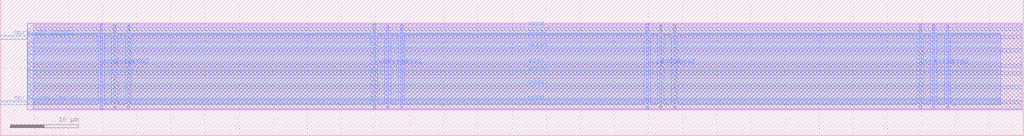
<source format=lef>
VERSION 5.7 ;
  NOWIREEXTENSIONATPIN ON ;
  DIVIDERCHAR "/" ;
  BUSBITCHARS "[]" ;
MACRO mgmt_protect_hv
  CLASS BLOCK ;
  FOREIGN mgmt_protect_hv ;
  ORIGIN 0.000 0.000 ;
  SIZE 150.000 BY 20.000 ;
  PIN mprj2_vdd_logic1
    DIRECTION OUTPUT TRISTATE ;
    USE SIGNAL ;
    PORT
      LAYER met3 ;
        RECT 0.000 4.510 4.000 5.110 ;
    END
  END mprj2_vdd_logic1
  PIN mprj_vdd_logic1
    DIRECTION OUTPUT TRISTATE ;
    USE SIGNAL ;
    PORT
      LAYER met3 ;
        RECT 0.000 14.130 4.000 14.730 ;
    END
  END mprj_vdd_logic1
  PIN vccd
    DIRECTION INOUT ;
    USE POWER ;
    PORT
      LAYER met2 ;
        RECT 94.650 3.815 94.950 16.535 ;
    END
  END vccd
  PIN vccd
    DIRECTION INOUT ;
    USE POWER ;
    PORT
      LAYER met2 ;
        RECT 14.650 3.815 14.950 16.535 ;
    END
  END vccd
  PIN vccd
    DIRECTION INOUT ;
    USE POWER ;
    PORT
      LAYER met3 ;
        RECT 4.800 15.465 149.760 15.965 ;
    END
  END vccd
  PIN vccd
    DIRECTION INOUT ;
    USE POWER ;
    PORT
      LAYER met3 ;
        RECT 4.800 4.665 149.760 5.165 ;
    END
  END vccd
  PIN vssd
    DIRECTION INOUT ;
    USE GROUND ;
    PORT
      LAYER met2 ;
        RECT 134.650 3.815 134.950 16.535 ;
    END
  END vssd
  PIN vssd
    DIRECTION INOUT ;
    USE GROUND ;
    PORT
      LAYER met2 ;
        RECT 54.650 3.815 54.950 16.535 ;
    END
  END vssd
  PIN vssd
    DIRECTION INOUT ;
    USE GROUND ;
    PORT
      LAYER met3 ;
        RECT 4.800 10.065 149.760 10.565 ;
    END
  END vssd
  PIN vdda1
    DIRECTION INOUT ;
    USE POWER ;
    PORT
      LAYER met2 ;
        RECT 96.650 4.070 96.950 16.280 ;
    END
  END vdda1
  PIN vdda1
    DIRECTION INOUT ;
    USE POWER ;
    PORT
      LAYER met2 ;
        RECT 16.650 4.070 16.950 16.280 ;
    END
  END vdda1
  PIN vdda1
    DIRECTION INOUT ;
    USE POWER ;
    PORT
      LAYER met3 ;
        RECT 4.800 6.920 149.760 7.420 ;
    END
  END vdda1
  PIN vssa1
    DIRECTION INOUT ;
    USE GROUND ;
    PORT
      LAYER met2 ;
        RECT 136.650 4.070 136.950 16.280 ;
    END
  END vssa1
  PIN vssa1
    DIRECTION INOUT ;
    USE GROUND ;
    PORT
      LAYER met2 ;
        RECT 56.650 4.070 56.950 16.280 ;
    END
  END vssa1
  PIN vssa1
    DIRECTION INOUT ;
    USE GROUND ;
    PORT
      LAYER met3 ;
        RECT 4.800 12.320 149.760 12.820 ;
    END
  END vssa1
  PIN vdda2
    DIRECTION INOUT ;
    USE POWER ;
    PORT
      LAYER met2 ;
        RECT 98.650 4.070 98.950 16.280 ;
    END
  END vdda2
  PIN vdda2
    DIRECTION INOUT ;
    USE POWER ;
    PORT
      LAYER met2 ;
        RECT 18.650 4.070 18.950 16.280 ;
    END
  END vdda2
  PIN vdda2
    DIRECTION INOUT ;
    USE POWER ;
    PORT
      LAYER met3 ;
        RECT 4.800 8.920 149.760 9.420 ;
    END
  END vdda2
  PIN vssa2
    DIRECTION INOUT ;
    USE GROUND ;
    PORT
      LAYER met2 ;
        RECT 138.650 4.070 138.950 16.280 ;
    END
  END vssa2
  PIN vssa2
    DIRECTION INOUT ;
    USE GROUND ;
    PORT
      LAYER met2 ;
        RECT 58.650 4.070 58.950 16.280 ;
    END
  END vssa2
  PIN vssa2
    DIRECTION INOUT ;
    USE GROUND ;
    PORT
      LAYER met3 ;
        RECT 4.800 14.320 149.760 14.820 ;
    END
  END vssa2
  OBS
      LAYER li1 ;
        RECT 4.800 3.985 149.760 16.365 ;
      LAYER met1 ;
        RECT 3.920 3.815 149.760 16.535 ;
      LAYER met2 ;
        RECT 3.940 4.625 14.370 14.855 ;
        RECT 15.230 4.625 16.370 14.855 ;
        RECT 17.230 4.625 18.370 14.855 ;
        RECT 19.230 4.625 54.370 14.855 ;
        RECT 55.230 4.625 56.370 14.855 ;
        RECT 57.230 4.625 58.370 14.855 ;
        RECT 59.230 4.625 94.370 14.855 ;
        RECT 95.230 4.625 96.370 14.855 ;
        RECT 97.230 4.625 98.370 14.855 ;
        RECT 99.230 4.625 134.370 14.855 ;
        RECT 135.230 4.625 136.370 14.855 ;
        RECT 137.230 4.625 138.370 14.855 ;
        RECT 139.230 4.625 146.560 14.855 ;
      LAYER met3 ;
        RECT 4.000 15.130 4.400 15.780 ;
        RECT 4.400 15.020 146.585 15.065 ;
        RECT 4.400 13.730 146.585 13.920 ;
        RECT 4.000 13.020 146.585 13.730 ;
        RECT 4.000 11.920 4.400 13.020 ;
        RECT 4.000 10.765 146.585 11.920 ;
        RECT 4.000 9.665 4.400 10.765 ;
        RECT 4.000 9.620 146.585 9.665 ;
        RECT 4.000 8.520 4.400 9.620 ;
        RECT 4.000 7.620 146.585 8.520 ;
        RECT 4.000 6.520 4.400 7.620 ;
        RECT 4.000 5.510 146.585 6.520 ;
        RECT 4.400 5.365 146.585 5.510 ;
  END
END mgmt_protect_hv
END LIBRARY


</source>
